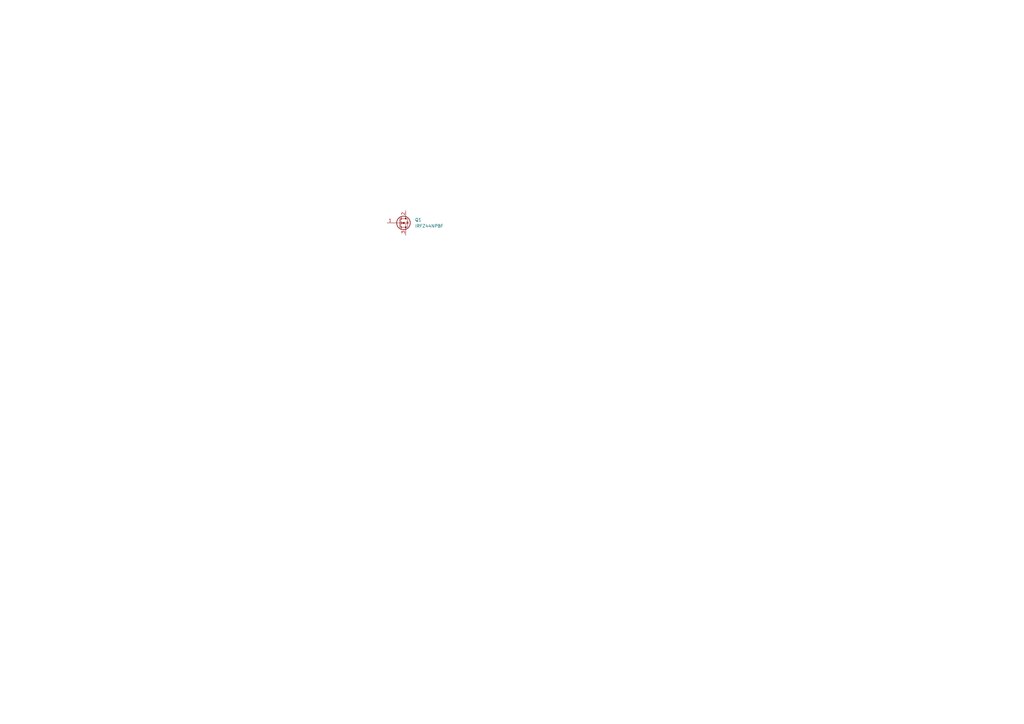
<source format=kicad_sch>
(kicad_sch (version 20230121) (generator eeschema)
  (paper "A3")
  (lib_symbols
    (symbol "New_Library:IRFZ44N" (pin_names hide)
      (property "Reference" "Q1" (at 6.35 1.27 0))
      (property "Value" "IRFZ44NPBF" (at 6.35 -1.27 0))
      (symbol "IRFZ44N_0_1"
        (polyline (pts (xy 0.254 0) (xy -2.54 0)))
        (polyline (pts (xy 0.254 1.905) (xy 0.254 -1.905)) (stroke (width 0.254)))
        (polyline (pts (xy 0.762 -1.27) (xy 0.762 -2.286)) (stroke (width 0.254)))
        (polyline (pts (xy 0.762 0.508) (xy 0.762 -0.508)) (stroke (width 0.254)))
        (polyline (pts (xy 0.762 2.286) (xy 0.762 1.27)) (stroke (width 0.254)))
        (polyline (pts (xy 2.54 2.54) (xy 2.54 1.778)))
        (polyline (pts (xy 2.54 -2.54) (xy 2.54 0) (xy 0.762 0)))
        (polyline (pts (xy 0.762 -1.778) (xy 3.302 -1.778) (xy 3.302 1.778) (xy 0.762 1.778)))
        (polyline (pts (xy 1.016 0) (xy 2.032 0.381) (xy 2.032 -0.381) (xy 1.016 0)) (fill (type outline)))
        (polyline (pts (xy 2.794 0.508) (xy 2.921 0.381) (xy 3.683 0.381) (xy 3.81 0.254)))
        (polyline (pts (xy 3.302 0.381) (xy 2.921 -0.254) (xy 3.683 -0.254) (xy 3.302 0.381)))
        (circle (center 1.651 0) (radius 2.794) (stroke (width 0.254)))
        (circle (center 2.54 -1.778) (radius 0.254) (fill (type outline)))
        (circle (center 2.54 1.778) (radius 0.254) (fill (type outline)))
      )
      (symbol "IRFZ44N_1_1"
        (pin input line (at -5.08 0 0) (length 2.54) (name "G") (number "1"))
        (pin passive line (at 2.54 5.08 270) (length 2.54) (name "D") (number "2"))
        (pin passive line (at 2.54 -5.08 90) (length 2.54) (name "S") (number "3"))
      )
    )
  )
  (symbol (lib_id "New_Library:IRFZ44N") (at 163.83 91.44 0) (unit 1)
    (property "Reference" "Q1" (at 170.18 90.17 0) (effects (justify left)))
    (property "Value" "IRFZ44NPBF" (at 170.18 92.71 0) (effects (justify left)))
    (property "Footprint" "Package_TO_SOT_THT:TO-220-3_Vertical" (effects hide))
    (property "Datasheet" "https://www.mouser.kr/datasheet/2/196/Infineon_IRFZ44N_DataSheet_v01_01_EN-3166504.pdf" (effects hide))
  )
)
</source>
